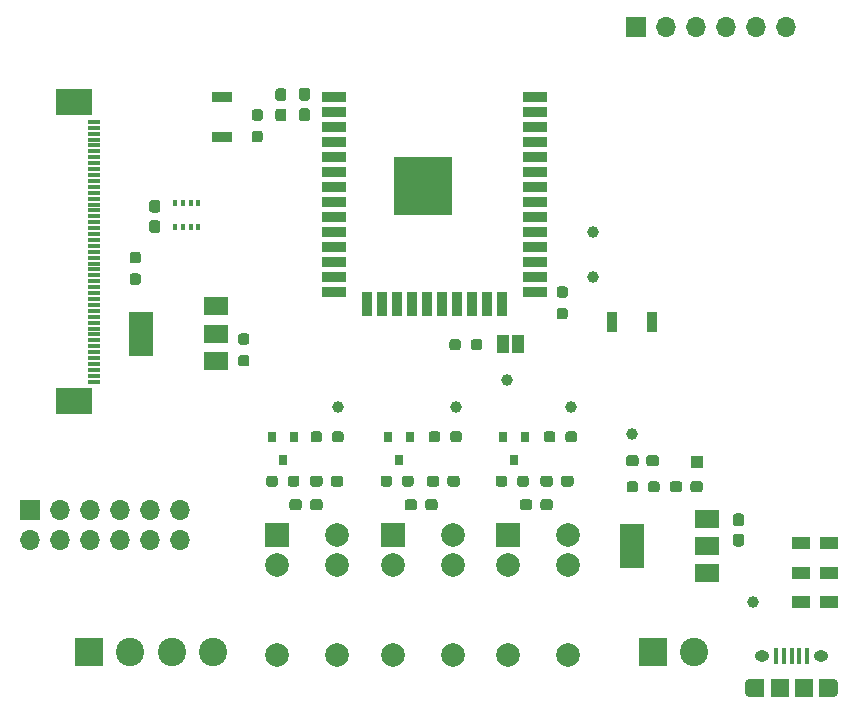
<source format=gbr>
%TF.GenerationSoftware,KiCad,Pcbnew,(5.1.8)-1*%
%TF.CreationDate,2020-12-21T03:10:24-08:00*%
%TF.ProjectId,openThermostat,6f70656e-5468-4657-926d-6f737461742e,rev?*%
%TF.SameCoordinates,Original*%
%TF.FileFunction,Soldermask,Top*%
%TF.FilePolarity,Negative*%
%FSLAX46Y46*%
G04 Gerber Fmt 4.6, Leading zero omitted, Abs format (unit mm)*
G04 Created by KiCad (PCBNEW (5.1.8)-1) date 2020-12-21 03:10:24*
%MOMM*%
%LPD*%
G01*
G04 APERTURE LIST*
%ADD10R,5.000000X5.000000*%
%ADD11R,2.000000X0.900000*%
%ADD12R,0.900000X2.000000*%
%ADD13R,1.700000X1.700000*%
%ADD14O,1.700000X1.700000*%
%ADD15R,1.700000X0.900000*%
%ADD16R,0.400000X1.350000*%
%ADD17O,1.250000X0.950000*%
%ADD18R,1.500000X1.550000*%
%ADD19R,1.200000X1.550000*%
%ADD20O,0.890000X1.550000*%
%ADD21R,1.100000X0.300000*%
%ADD22R,3.100000X2.300000*%
%ADD23R,2.400000X2.400000*%
%ADD24C,2.400000*%
%ADD25R,1.000000X1.500000*%
%ADD26C,2.000000*%
%ADD27R,2.000000X2.000000*%
%ADD28R,0.800000X0.900000*%
%ADD29R,2.000000X1.500000*%
%ADD30R,2.000000X3.800000*%
%ADD31R,1.000000X1.000000*%
%ADD32C,1.000000*%
%ADD33R,0.350000X0.500000*%
%ADD34R,1.600000X1.000000*%
%ADD35R,0.900000X1.700000*%
G04 APERTURE END LIST*
D10*
%TO.C,U1*%
X127250000Y-66000000D03*
D11*
X119750000Y-58500000D03*
X119750000Y-59770000D03*
X119750000Y-61040000D03*
X119750000Y-62310000D03*
X119750000Y-63580000D03*
X119750000Y-64850000D03*
X119750000Y-66120000D03*
X119750000Y-67390000D03*
X119750000Y-68660000D03*
X119750000Y-69930000D03*
X119750000Y-71200000D03*
X119750000Y-72470000D03*
X119750000Y-73740000D03*
X119750000Y-75010000D03*
D12*
X122535000Y-76010000D03*
X123805000Y-76010000D03*
X125075000Y-76010000D03*
X126345000Y-76010000D03*
X127615000Y-76010000D03*
X128885000Y-76010000D03*
X130155000Y-76010000D03*
X131425000Y-76010000D03*
X132695000Y-76010000D03*
X133965000Y-76010000D03*
D11*
X136750000Y-75010000D03*
X136750000Y-73740000D03*
X136750000Y-72470000D03*
X136750000Y-71200000D03*
X136750000Y-69930000D03*
X136750000Y-68660000D03*
X136750000Y-67390000D03*
X136750000Y-66120000D03*
X136750000Y-64850000D03*
X136750000Y-63580000D03*
X136750000Y-62310000D03*
X136750000Y-61040000D03*
X136750000Y-59770000D03*
X136750000Y-58500000D03*
%TD*%
D13*
%TO.C,J3*%
X94050000Y-93450000D03*
D14*
X94050000Y-95990000D03*
X96590000Y-93450000D03*
X96590000Y-95990000D03*
X99130000Y-93450000D03*
X99130000Y-95990000D03*
X101670000Y-93450000D03*
X101670000Y-95990000D03*
X104210000Y-93450000D03*
X104210000Y-95990000D03*
X106750000Y-93450000D03*
X106750000Y-95990000D03*
%TD*%
D15*
%TO.C,SW5*%
X110250000Y-58470000D03*
X110250000Y-61870000D03*
%TD*%
D16*
%TO.C,J6*%
X157200000Y-105800000D03*
X157850000Y-105800000D03*
X158500000Y-105800000D03*
X159150000Y-105800000D03*
X159800000Y-105800000D03*
D17*
X156000000Y-105800000D03*
X161000000Y-105800000D03*
D18*
X157500000Y-108500000D03*
X159500000Y-108500000D03*
D19*
X155600000Y-108500000D03*
X161400000Y-108500000D03*
D20*
X155000000Y-108500000D03*
X162000000Y-108500000D03*
%TD*%
%TO.C,C1*%
G36*
G01*
X153762500Y-95462500D02*
X154237500Y-95462500D01*
G75*
G02*
X154475000Y-95700000I0J-237500D01*
G01*
X154475000Y-96300000D01*
G75*
G02*
X154237500Y-96537500I-237500J0D01*
G01*
X153762500Y-96537500D01*
G75*
G02*
X153525000Y-96300000I0J237500D01*
G01*
X153525000Y-95700000D01*
G75*
G02*
X153762500Y-95462500I237500J0D01*
G01*
G37*
G36*
G01*
X153762500Y-93737500D02*
X154237500Y-93737500D01*
G75*
G02*
X154475000Y-93975000I0J-237500D01*
G01*
X154475000Y-94575000D01*
G75*
G02*
X154237500Y-94812500I-237500J0D01*
G01*
X153762500Y-94812500D01*
G75*
G02*
X153525000Y-94575000I0J237500D01*
G01*
X153525000Y-93975000D01*
G75*
G02*
X153762500Y-93737500I237500J0D01*
G01*
G37*
%TD*%
%TO.C,C2*%
G36*
G01*
X144462500Y-89512500D02*
X144462500Y-89037500D01*
G75*
G02*
X144700000Y-88800000I237500J0D01*
G01*
X145300000Y-88800000D01*
G75*
G02*
X145537500Y-89037500I0J-237500D01*
G01*
X145537500Y-89512500D01*
G75*
G02*
X145300000Y-89750000I-237500J0D01*
G01*
X144700000Y-89750000D01*
G75*
G02*
X144462500Y-89512500I0J237500D01*
G01*
G37*
G36*
G01*
X146187500Y-89512500D02*
X146187500Y-89037500D01*
G75*
G02*
X146425000Y-88800000I237500J0D01*
G01*
X147025000Y-88800000D01*
G75*
G02*
X147262500Y-89037500I0J-237500D01*
G01*
X147262500Y-89512500D01*
G75*
G02*
X147025000Y-89750000I-237500J0D01*
G01*
X146425000Y-89750000D01*
G75*
G02*
X146187500Y-89512500I0J237500D01*
G01*
G37*
%TD*%
%TO.C,C3*%
G36*
G01*
X117487500Y-60512500D02*
X117012500Y-60512500D01*
G75*
G02*
X116775000Y-60275000I0J237500D01*
G01*
X116775000Y-59675000D01*
G75*
G02*
X117012500Y-59437500I237500J0D01*
G01*
X117487500Y-59437500D01*
G75*
G02*
X117725000Y-59675000I0J-237500D01*
G01*
X117725000Y-60275000D01*
G75*
G02*
X117487500Y-60512500I-237500J0D01*
G01*
G37*
G36*
G01*
X117487500Y-58787500D02*
X117012500Y-58787500D01*
G75*
G02*
X116775000Y-58550000I0J237500D01*
G01*
X116775000Y-57950000D01*
G75*
G02*
X117012500Y-57712500I237500J0D01*
G01*
X117487500Y-57712500D01*
G75*
G02*
X117725000Y-57950000I0J-237500D01*
G01*
X117725000Y-58550000D01*
G75*
G02*
X117487500Y-58787500I-237500J0D01*
G01*
G37*
%TD*%
%TO.C,C4*%
G36*
G01*
X115487500Y-58812500D02*
X115012500Y-58812500D01*
G75*
G02*
X114775000Y-58575000I0J237500D01*
G01*
X114775000Y-57975000D01*
G75*
G02*
X115012500Y-57737500I237500J0D01*
G01*
X115487500Y-57737500D01*
G75*
G02*
X115725000Y-57975000I0J-237500D01*
G01*
X115725000Y-58575000D01*
G75*
G02*
X115487500Y-58812500I-237500J0D01*
G01*
G37*
G36*
G01*
X115487500Y-60537500D02*
X115012500Y-60537500D01*
G75*
G02*
X114775000Y-60300000I0J237500D01*
G01*
X114775000Y-59700000D01*
G75*
G02*
X115012500Y-59462500I237500J0D01*
G01*
X115487500Y-59462500D01*
G75*
G02*
X115725000Y-59700000I0J-237500D01*
G01*
X115725000Y-60300000D01*
G75*
G02*
X115487500Y-60537500I-237500J0D01*
G01*
G37*
%TD*%
%TO.C,D1*%
G36*
G01*
X115975000Y-93237500D02*
X115975000Y-92762500D01*
G75*
G02*
X116212500Y-92525000I237500J0D01*
G01*
X116787500Y-92525000D01*
G75*
G02*
X117025000Y-92762500I0J-237500D01*
G01*
X117025000Y-93237500D01*
G75*
G02*
X116787500Y-93475000I-237500J0D01*
G01*
X116212500Y-93475000D01*
G75*
G02*
X115975000Y-93237500I0J237500D01*
G01*
G37*
G36*
G01*
X117725000Y-93237500D02*
X117725000Y-92762500D01*
G75*
G02*
X117962500Y-92525000I237500J0D01*
G01*
X118537500Y-92525000D01*
G75*
G02*
X118775000Y-92762500I0J-237500D01*
G01*
X118775000Y-93237500D01*
G75*
G02*
X118537500Y-93475000I-237500J0D01*
G01*
X117962500Y-93475000D01*
G75*
G02*
X117725000Y-93237500I0J237500D01*
G01*
G37*
%TD*%
%TO.C,D2*%
G36*
G01*
X118775000Y-90762500D02*
X118775000Y-91237500D01*
G75*
G02*
X118537500Y-91475000I-237500J0D01*
G01*
X117962500Y-91475000D01*
G75*
G02*
X117725000Y-91237500I0J237500D01*
G01*
X117725000Y-90762500D01*
G75*
G02*
X117962500Y-90525000I237500J0D01*
G01*
X118537500Y-90525000D01*
G75*
G02*
X118775000Y-90762500I0J-237500D01*
G01*
G37*
G36*
G01*
X120525000Y-90762500D02*
X120525000Y-91237500D01*
G75*
G02*
X120287500Y-91475000I-237500J0D01*
G01*
X119712500Y-91475000D01*
G75*
G02*
X119475000Y-91237500I0J237500D01*
G01*
X119475000Y-90762500D01*
G75*
G02*
X119712500Y-90525000I237500J0D01*
G01*
X120287500Y-90525000D01*
G75*
G02*
X120525000Y-90762500I0J-237500D01*
G01*
G37*
%TD*%
%TO.C,D3*%
G36*
G01*
X125725000Y-93237500D02*
X125725000Y-92762500D01*
G75*
G02*
X125962500Y-92525000I237500J0D01*
G01*
X126537500Y-92525000D01*
G75*
G02*
X126775000Y-92762500I0J-237500D01*
G01*
X126775000Y-93237500D01*
G75*
G02*
X126537500Y-93475000I-237500J0D01*
G01*
X125962500Y-93475000D01*
G75*
G02*
X125725000Y-93237500I0J237500D01*
G01*
G37*
G36*
G01*
X127475000Y-93237500D02*
X127475000Y-92762500D01*
G75*
G02*
X127712500Y-92525000I237500J0D01*
G01*
X128287500Y-92525000D01*
G75*
G02*
X128525000Y-92762500I0J-237500D01*
G01*
X128525000Y-93237500D01*
G75*
G02*
X128287500Y-93475000I-237500J0D01*
G01*
X127712500Y-93475000D01*
G75*
G02*
X127475000Y-93237500I0J237500D01*
G01*
G37*
%TD*%
%TO.C,D4*%
G36*
G01*
X128650000Y-90762500D02*
X128650000Y-91237500D01*
G75*
G02*
X128412500Y-91475000I-237500J0D01*
G01*
X127837500Y-91475000D01*
G75*
G02*
X127600000Y-91237500I0J237500D01*
G01*
X127600000Y-90762500D01*
G75*
G02*
X127837500Y-90525000I237500J0D01*
G01*
X128412500Y-90525000D01*
G75*
G02*
X128650000Y-90762500I0J-237500D01*
G01*
G37*
G36*
G01*
X130400000Y-90762500D02*
X130400000Y-91237500D01*
G75*
G02*
X130162500Y-91475000I-237500J0D01*
G01*
X129587500Y-91475000D01*
G75*
G02*
X129350000Y-91237500I0J237500D01*
G01*
X129350000Y-90762500D01*
G75*
G02*
X129587500Y-90525000I237500J0D01*
G01*
X130162500Y-90525000D01*
G75*
G02*
X130400000Y-90762500I0J-237500D01*
G01*
G37*
%TD*%
%TO.C,D5*%
G36*
G01*
X137225000Y-93237500D02*
X137225000Y-92762500D01*
G75*
G02*
X137462500Y-92525000I237500J0D01*
G01*
X138037500Y-92525000D01*
G75*
G02*
X138275000Y-92762500I0J-237500D01*
G01*
X138275000Y-93237500D01*
G75*
G02*
X138037500Y-93475000I-237500J0D01*
G01*
X137462500Y-93475000D01*
G75*
G02*
X137225000Y-93237500I0J237500D01*
G01*
G37*
G36*
G01*
X135475000Y-93237500D02*
X135475000Y-92762500D01*
G75*
G02*
X135712500Y-92525000I237500J0D01*
G01*
X136287500Y-92525000D01*
G75*
G02*
X136525000Y-92762500I0J-237500D01*
G01*
X136525000Y-93237500D01*
G75*
G02*
X136287500Y-93475000I-237500J0D01*
G01*
X135712500Y-93475000D01*
G75*
G02*
X135475000Y-93237500I0J237500D01*
G01*
G37*
%TD*%
%TO.C,D6*%
G36*
G01*
X140025000Y-90762500D02*
X140025000Y-91237500D01*
G75*
G02*
X139787500Y-91475000I-237500J0D01*
G01*
X139212500Y-91475000D01*
G75*
G02*
X138975000Y-91237500I0J237500D01*
G01*
X138975000Y-90762500D01*
G75*
G02*
X139212500Y-90525000I237500J0D01*
G01*
X139787500Y-90525000D01*
G75*
G02*
X140025000Y-90762500I0J-237500D01*
G01*
G37*
G36*
G01*
X138275000Y-90762500D02*
X138275000Y-91237500D01*
G75*
G02*
X138037500Y-91475000I-237500J0D01*
G01*
X137462500Y-91475000D01*
G75*
G02*
X137225000Y-91237500I0J237500D01*
G01*
X137225000Y-90762500D01*
G75*
G02*
X137462500Y-90525000I237500J0D01*
G01*
X138037500Y-90525000D01*
G75*
G02*
X138275000Y-90762500I0J-237500D01*
G01*
G37*
%TD*%
%TO.C,D7*%
G36*
G01*
X150975000Y-91237500D02*
X150975000Y-91712500D01*
G75*
G02*
X150737500Y-91950000I-237500J0D01*
G01*
X150162500Y-91950000D01*
G75*
G02*
X149925000Y-91712500I0J237500D01*
G01*
X149925000Y-91237500D01*
G75*
G02*
X150162500Y-91000000I237500J0D01*
G01*
X150737500Y-91000000D01*
G75*
G02*
X150975000Y-91237500I0J-237500D01*
G01*
G37*
G36*
G01*
X149225000Y-91237500D02*
X149225000Y-91712500D01*
G75*
G02*
X148987500Y-91950000I-237500J0D01*
G01*
X148412500Y-91950000D01*
G75*
G02*
X148175000Y-91712500I0J237500D01*
G01*
X148175000Y-91237500D01*
G75*
G02*
X148412500Y-91000000I237500J0D01*
G01*
X148987500Y-91000000D01*
G75*
G02*
X149225000Y-91237500I0J-237500D01*
G01*
G37*
%TD*%
D13*
%TO.C,J1*%
X145300000Y-52550000D03*
D14*
X147840000Y-52550000D03*
X150380000Y-52550000D03*
X152920000Y-52550000D03*
X155460000Y-52550000D03*
X158000000Y-52550000D03*
%TD*%
D21*
%TO.C,J2*%
X99450000Y-60580000D03*
X99450000Y-61080000D03*
X99450000Y-61580000D03*
X99450000Y-62080000D03*
X99450000Y-62580000D03*
X99450000Y-63080000D03*
X99450000Y-63580000D03*
X99450000Y-64080000D03*
X99450000Y-64580000D03*
X99450000Y-65080000D03*
X99450000Y-65580000D03*
X99450000Y-66080000D03*
X99450000Y-66580000D03*
X99450000Y-67080000D03*
X99450000Y-67580000D03*
X99450000Y-68080000D03*
X99450000Y-68580000D03*
X99450000Y-69080000D03*
X99450000Y-69580000D03*
X99450000Y-70080000D03*
X99450000Y-70580000D03*
X99450000Y-71080000D03*
X99450000Y-71580000D03*
X99450000Y-72080000D03*
X99450000Y-72580000D03*
X99450000Y-73080000D03*
X99450000Y-73580000D03*
X99450000Y-74080000D03*
X99450000Y-74580000D03*
X99450000Y-75080000D03*
X99450000Y-75580000D03*
X99450000Y-76080000D03*
X99450000Y-76580000D03*
X99450000Y-77080000D03*
X99450000Y-77580000D03*
X99450000Y-78080000D03*
X99450000Y-78580000D03*
X99450000Y-79080000D03*
X99450000Y-79580000D03*
X99450000Y-80080000D03*
X99450000Y-80580000D03*
X99450000Y-81080000D03*
X99450000Y-81580000D03*
X99450000Y-82080000D03*
X99450000Y-82580000D03*
D22*
X97750000Y-58910000D03*
X97750000Y-84250000D03*
%TD*%
D23*
%TO.C,J4*%
X99000000Y-105500000D03*
D24*
X102500000Y-105500000D03*
X106000000Y-105500000D03*
X109500000Y-105500000D03*
%TD*%
D23*
%TO.C,J5*%
X146750000Y-105500000D03*
D24*
X150250000Y-105500000D03*
%TD*%
D25*
%TO.C,JP1*%
X134040000Y-79430000D03*
X135340000Y-79430000D03*
%TD*%
D26*
%TO.C,K1*%
X120000000Y-95590000D03*
X120000000Y-98130000D03*
D27*
X114920000Y-95590000D03*
D26*
X114920000Y-98130000D03*
X120000000Y-105750000D03*
X114920000Y-105750000D03*
%TD*%
%TO.C,K2*%
X129830000Y-95590000D03*
X129830000Y-98130000D03*
D27*
X124750000Y-95590000D03*
D26*
X124750000Y-98130000D03*
X129830000Y-105750000D03*
X124750000Y-105750000D03*
%TD*%
%TO.C,K3*%
X134500000Y-105750000D03*
X139580000Y-105750000D03*
X134500000Y-98130000D03*
D27*
X134500000Y-95590000D03*
D26*
X139580000Y-98130000D03*
X139580000Y-95590000D03*
%TD*%
D28*
%TO.C,Q1*%
X115450000Y-89250000D03*
X114500000Y-87250000D03*
X116400000Y-87250000D03*
%TD*%
%TO.C,Q2*%
X126200000Y-87250000D03*
X124300000Y-87250000D03*
X125250000Y-89250000D03*
%TD*%
%TO.C,Q3*%
X135950000Y-87250000D03*
X134050000Y-87250000D03*
X135000000Y-89250000D03*
%TD*%
D29*
%TO.C,Q4*%
X109725000Y-80800000D03*
X109725000Y-76200000D03*
X109725000Y-78500000D03*
D30*
X103425000Y-78500000D03*
%TD*%
%TO.C,R1*%
G36*
G01*
X118737500Y-87012500D02*
X118737500Y-87487500D01*
G75*
G02*
X118500000Y-87725000I-237500J0D01*
G01*
X118000000Y-87725000D01*
G75*
G02*
X117762500Y-87487500I0J237500D01*
G01*
X117762500Y-87012500D01*
G75*
G02*
X118000000Y-86775000I237500J0D01*
G01*
X118500000Y-86775000D01*
G75*
G02*
X118737500Y-87012500I0J-237500D01*
G01*
G37*
G36*
G01*
X120562500Y-87012500D02*
X120562500Y-87487500D01*
G75*
G02*
X120325000Y-87725000I-237500J0D01*
G01*
X119825000Y-87725000D01*
G75*
G02*
X119587500Y-87487500I0J237500D01*
G01*
X119587500Y-87012500D01*
G75*
G02*
X119825000Y-86775000I237500J0D01*
G01*
X120325000Y-86775000D01*
G75*
G02*
X120562500Y-87012500I0J-237500D01*
G01*
G37*
%TD*%
%TO.C,R2*%
G36*
G01*
X114012500Y-91237500D02*
X114012500Y-90762500D01*
G75*
G02*
X114250000Y-90525000I237500J0D01*
G01*
X114750000Y-90525000D01*
G75*
G02*
X114987500Y-90762500I0J-237500D01*
G01*
X114987500Y-91237500D01*
G75*
G02*
X114750000Y-91475000I-237500J0D01*
G01*
X114250000Y-91475000D01*
G75*
G02*
X114012500Y-91237500I0J237500D01*
G01*
G37*
G36*
G01*
X115837500Y-91237500D02*
X115837500Y-90762500D01*
G75*
G02*
X116075000Y-90525000I237500J0D01*
G01*
X116575000Y-90525000D01*
G75*
G02*
X116812500Y-90762500I0J-237500D01*
G01*
X116812500Y-91237500D01*
G75*
G02*
X116575000Y-91475000I-237500J0D01*
G01*
X116075000Y-91475000D01*
G75*
G02*
X115837500Y-91237500I0J237500D01*
G01*
G37*
%TD*%
%TO.C,R3*%
G36*
G01*
X130562500Y-87012500D02*
X130562500Y-87487500D01*
G75*
G02*
X130325000Y-87725000I-237500J0D01*
G01*
X129825000Y-87725000D01*
G75*
G02*
X129587500Y-87487500I0J237500D01*
G01*
X129587500Y-87012500D01*
G75*
G02*
X129825000Y-86775000I237500J0D01*
G01*
X130325000Y-86775000D01*
G75*
G02*
X130562500Y-87012500I0J-237500D01*
G01*
G37*
G36*
G01*
X128737500Y-87012500D02*
X128737500Y-87487500D01*
G75*
G02*
X128500000Y-87725000I-237500J0D01*
G01*
X128000000Y-87725000D01*
G75*
G02*
X127762500Y-87487500I0J237500D01*
G01*
X127762500Y-87012500D01*
G75*
G02*
X128000000Y-86775000I237500J0D01*
G01*
X128500000Y-86775000D01*
G75*
G02*
X128737500Y-87012500I0J-237500D01*
G01*
G37*
%TD*%
%TO.C,R4*%
G36*
G01*
X125512500Y-91237500D02*
X125512500Y-90762500D01*
G75*
G02*
X125750000Y-90525000I237500J0D01*
G01*
X126250000Y-90525000D01*
G75*
G02*
X126487500Y-90762500I0J-237500D01*
G01*
X126487500Y-91237500D01*
G75*
G02*
X126250000Y-91475000I-237500J0D01*
G01*
X125750000Y-91475000D01*
G75*
G02*
X125512500Y-91237500I0J237500D01*
G01*
G37*
G36*
G01*
X123687500Y-91237500D02*
X123687500Y-90762500D01*
G75*
G02*
X123925000Y-90525000I237500J0D01*
G01*
X124425000Y-90525000D01*
G75*
G02*
X124662500Y-90762500I0J-237500D01*
G01*
X124662500Y-91237500D01*
G75*
G02*
X124425000Y-91475000I-237500J0D01*
G01*
X123925000Y-91475000D01*
G75*
G02*
X123687500Y-91237500I0J237500D01*
G01*
G37*
%TD*%
%TO.C,R5*%
G36*
G01*
X140312500Y-87012500D02*
X140312500Y-87487500D01*
G75*
G02*
X140075000Y-87725000I-237500J0D01*
G01*
X139575000Y-87725000D01*
G75*
G02*
X139337500Y-87487500I0J237500D01*
G01*
X139337500Y-87012500D01*
G75*
G02*
X139575000Y-86775000I237500J0D01*
G01*
X140075000Y-86775000D01*
G75*
G02*
X140312500Y-87012500I0J-237500D01*
G01*
G37*
G36*
G01*
X138487500Y-87012500D02*
X138487500Y-87487500D01*
G75*
G02*
X138250000Y-87725000I-237500J0D01*
G01*
X137750000Y-87725000D01*
G75*
G02*
X137512500Y-87487500I0J237500D01*
G01*
X137512500Y-87012500D01*
G75*
G02*
X137750000Y-86775000I237500J0D01*
G01*
X138250000Y-86775000D01*
G75*
G02*
X138487500Y-87012500I0J-237500D01*
G01*
G37*
%TD*%
%TO.C,R6*%
G36*
G01*
X135262500Y-91237500D02*
X135262500Y-90762500D01*
G75*
G02*
X135500000Y-90525000I237500J0D01*
G01*
X136000000Y-90525000D01*
G75*
G02*
X136237500Y-90762500I0J-237500D01*
G01*
X136237500Y-91237500D01*
G75*
G02*
X136000000Y-91475000I-237500J0D01*
G01*
X135500000Y-91475000D01*
G75*
G02*
X135262500Y-91237500I0J237500D01*
G01*
G37*
G36*
G01*
X133437500Y-91237500D02*
X133437500Y-90762500D01*
G75*
G02*
X133675000Y-90525000I237500J0D01*
G01*
X134175000Y-90525000D01*
G75*
G02*
X134412500Y-90762500I0J-237500D01*
G01*
X134412500Y-91237500D01*
G75*
G02*
X134175000Y-91475000I-237500J0D01*
G01*
X133675000Y-91475000D01*
G75*
G02*
X133437500Y-91237500I0J237500D01*
G01*
G37*
%TD*%
%TO.C,R10*%
G36*
G01*
X144512500Y-91717500D02*
X144512500Y-91242500D01*
G75*
G02*
X144750000Y-91005000I237500J0D01*
G01*
X145250000Y-91005000D01*
G75*
G02*
X145487500Y-91242500I0J-237500D01*
G01*
X145487500Y-91717500D01*
G75*
G02*
X145250000Y-91955000I-237500J0D01*
G01*
X144750000Y-91955000D01*
G75*
G02*
X144512500Y-91717500I0J237500D01*
G01*
G37*
G36*
G01*
X146337500Y-91717500D02*
X146337500Y-91242500D01*
G75*
G02*
X146575000Y-91005000I237500J0D01*
G01*
X147075000Y-91005000D01*
G75*
G02*
X147312500Y-91242500I0J-237500D01*
G01*
X147312500Y-91717500D01*
G75*
G02*
X147075000Y-91955000I-237500J0D01*
G01*
X146575000Y-91955000D01*
G75*
G02*
X146337500Y-91717500I0J237500D01*
G01*
G37*
%TD*%
%TO.C,R11*%
G36*
G01*
X138832500Y-76332500D02*
X139307500Y-76332500D01*
G75*
G02*
X139545000Y-76570000I0J-237500D01*
G01*
X139545000Y-77070000D01*
G75*
G02*
X139307500Y-77307500I-237500J0D01*
G01*
X138832500Y-77307500D01*
G75*
G02*
X138595000Y-77070000I0J237500D01*
G01*
X138595000Y-76570000D01*
G75*
G02*
X138832500Y-76332500I237500J0D01*
G01*
G37*
G36*
G01*
X138832500Y-74507500D02*
X139307500Y-74507500D01*
G75*
G02*
X139545000Y-74745000I0J-237500D01*
G01*
X139545000Y-75245000D01*
G75*
G02*
X139307500Y-75482500I-237500J0D01*
G01*
X138832500Y-75482500D01*
G75*
G02*
X138595000Y-75245000I0J237500D01*
G01*
X138595000Y-74745000D01*
G75*
G02*
X138832500Y-74507500I237500J0D01*
G01*
G37*
%TD*%
%TO.C,R12*%
G36*
G01*
X113487500Y-62312500D02*
X113012500Y-62312500D01*
G75*
G02*
X112775000Y-62075000I0J237500D01*
G01*
X112775000Y-61575000D01*
G75*
G02*
X113012500Y-61337500I237500J0D01*
G01*
X113487500Y-61337500D01*
G75*
G02*
X113725000Y-61575000I0J-237500D01*
G01*
X113725000Y-62075000D01*
G75*
G02*
X113487500Y-62312500I-237500J0D01*
G01*
G37*
G36*
G01*
X113487500Y-60487500D02*
X113012500Y-60487500D01*
G75*
G02*
X112775000Y-60250000I0J237500D01*
G01*
X112775000Y-59750000D01*
G75*
G02*
X113012500Y-59512500I237500J0D01*
G01*
X113487500Y-59512500D01*
G75*
G02*
X113725000Y-59750000I0J-237500D01*
G01*
X113725000Y-60250000D01*
G75*
G02*
X113487500Y-60487500I-237500J0D01*
G01*
G37*
%TD*%
%TO.C,R13*%
G36*
G01*
X132317500Y-79202500D02*
X132317500Y-79677500D01*
G75*
G02*
X132080000Y-79915000I-237500J0D01*
G01*
X131580000Y-79915000D01*
G75*
G02*
X131342500Y-79677500I0J237500D01*
G01*
X131342500Y-79202500D01*
G75*
G02*
X131580000Y-78965000I237500J0D01*
G01*
X132080000Y-78965000D01*
G75*
G02*
X132317500Y-79202500I0J-237500D01*
G01*
G37*
G36*
G01*
X130492500Y-79202500D02*
X130492500Y-79677500D01*
G75*
G02*
X130255000Y-79915000I-237500J0D01*
G01*
X129755000Y-79915000D01*
G75*
G02*
X129517500Y-79677500I0J237500D01*
G01*
X129517500Y-79202500D01*
G75*
G02*
X129755000Y-78965000I237500J0D01*
G01*
X130255000Y-78965000D01*
G75*
G02*
X130492500Y-79202500I0J-237500D01*
G01*
G37*
%TD*%
%TO.C,R14*%
G36*
G01*
X103162500Y-74387500D02*
X102687500Y-74387500D01*
G75*
G02*
X102450000Y-74150000I0J237500D01*
G01*
X102450000Y-73650000D01*
G75*
G02*
X102687500Y-73412500I237500J0D01*
G01*
X103162500Y-73412500D01*
G75*
G02*
X103400000Y-73650000I0J-237500D01*
G01*
X103400000Y-74150000D01*
G75*
G02*
X103162500Y-74387500I-237500J0D01*
G01*
G37*
G36*
G01*
X103162500Y-72562500D02*
X102687500Y-72562500D01*
G75*
G02*
X102450000Y-72325000I0J237500D01*
G01*
X102450000Y-71825000D01*
G75*
G02*
X102687500Y-71587500I237500J0D01*
G01*
X103162500Y-71587500D01*
G75*
G02*
X103400000Y-71825000I0J-237500D01*
G01*
X103400000Y-72325000D01*
G75*
G02*
X103162500Y-72562500I-237500J0D01*
G01*
G37*
%TD*%
%TO.C,R15*%
G36*
G01*
X112337500Y-79465000D02*
X111862500Y-79465000D01*
G75*
G02*
X111625000Y-79227500I0J237500D01*
G01*
X111625000Y-78727500D01*
G75*
G02*
X111862500Y-78490000I237500J0D01*
G01*
X112337500Y-78490000D01*
G75*
G02*
X112575000Y-78727500I0J-237500D01*
G01*
X112575000Y-79227500D01*
G75*
G02*
X112337500Y-79465000I-237500J0D01*
G01*
G37*
G36*
G01*
X112337500Y-81290000D02*
X111862500Y-81290000D01*
G75*
G02*
X111625000Y-81052500I0J237500D01*
G01*
X111625000Y-80552500D01*
G75*
G02*
X111862500Y-80315000I237500J0D01*
G01*
X112337500Y-80315000D01*
G75*
G02*
X112575000Y-80552500I0J-237500D01*
G01*
X112575000Y-81052500D01*
G75*
G02*
X112337500Y-81290000I-237500J0D01*
G01*
G37*
%TD*%
D31*
%TO.C,TP1*%
X150455000Y-89340000D03*
%TD*%
D32*
%TO.C,TP2*%
X155250000Y-101250000D03*
%TD*%
%TO.C,TP3*%
X145000000Y-87000000D03*
%TD*%
%TO.C,TP4*%
X141700000Y-69930000D03*
%TD*%
%TO.C,TP5*%
X141680000Y-73740000D03*
%TD*%
%TO.C,TP6*%
X134430000Y-82420000D03*
%TD*%
%TO.C,TP11*%
X120080000Y-84750000D03*
%TD*%
%TO.C,TP12*%
X130075000Y-84750000D03*
%TD*%
%TO.C,TP13*%
X139825000Y-84750000D03*
%TD*%
D33*
%TO.C,U2*%
X108270000Y-67440000D03*
X107620000Y-67440000D03*
X106970000Y-67440000D03*
X106320000Y-67440000D03*
X106320000Y-69490000D03*
X106970000Y-69490000D03*
X107620000Y-69490000D03*
X108270000Y-69490000D03*
%TD*%
D30*
%TO.C,U3*%
X145000000Y-96500000D03*
D29*
X151300000Y-96500000D03*
X151300000Y-94200000D03*
X151300000Y-98800000D03*
%TD*%
%TO.C,C5*%
G36*
G01*
X104807500Y-69990000D02*
X104332500Y-69990000D01*
G75*
G02*
X104095000Y-69752500I0J237500D01*
G01*
X104095000Y-69152500D01*
G75*
G02*
X104332500Y-68915000I237500J0D01*
G01*
X104807500Y-68915000D01*
G75*
G02*
X105045000Y-69152500I0J-237500D01*
G01*
X105045000Y-69752500D01*
G75*
G02*
X104807500Y-69990000I-237500J0D01*
G01*
G37*
G36*
G01*
X104807500Y-68265000D02*
X104332500Y-68265000D01*
G75*
G02*
X104095000Y-68027500I0J237500D01*
G01*
X104095000Y-67427500D01*
G75*
G02*
X104332500Y-67190000I237500J0D01*
G01*
X104807500Y-67190000D01*
G75*
G02*
X105045000Y-67427500I0J-237500D01*
G01*
X105045000Y-68027500D01*
G75*
G02*
X104807500Y-68265000I-237500J0D01*
G01*
G37*
%TD*%
D34*
%TO.C,SW4*%
X161650000Y-101250000D03*
X161650000Y-98750000D03*
X161650000Y-96250000D03*
X159250000Y-101250000D03*
X159250000Y-98750000D03*
X159250000Y-96250000D03*
%TD*%
D35*
%TO.C,SW6*%
X143260000Y-77530000D03*
X146660000Y-77530000D03*
%TD*%
M02*

</source>
